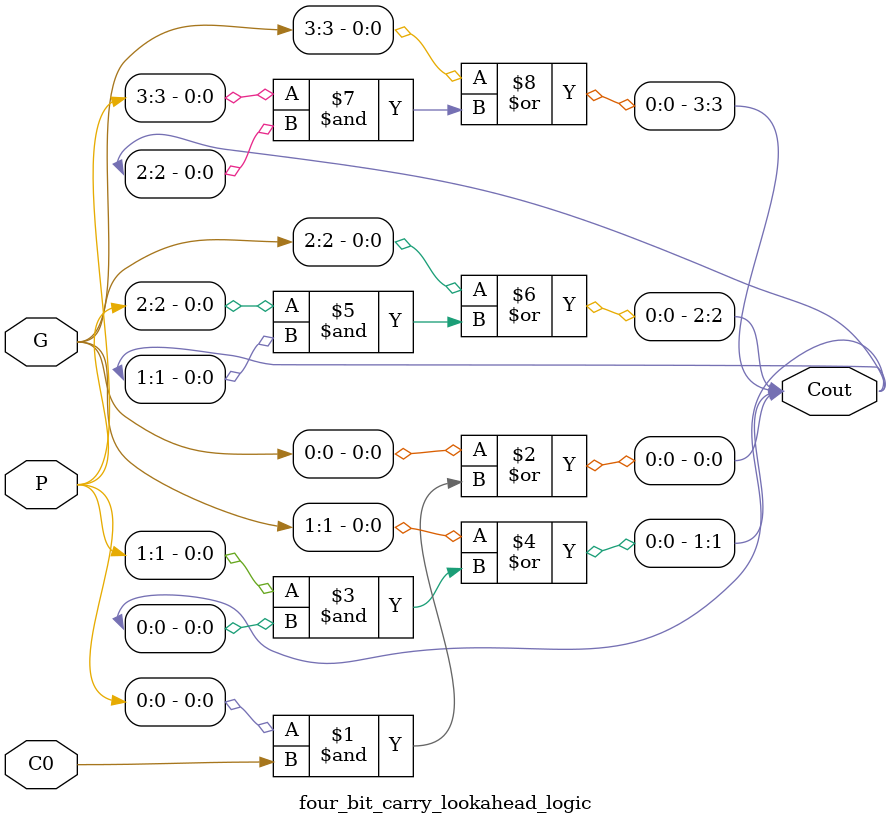
<source format=sv>
module four_bit_carry_lookahead_logic(
	input C0,
	input [3:0] P,
	input [3:0] G,

	output [3:0] Cout
);
	
	assign Cout[0] = G[0] | (P[0] & C0);
	assign Cout[1] = G[1] | (P[1] & Cout[0]);
	assign Cout[2] = G[2] | (P[2] & Cout[1]);
	assign Cout[3] = G[3] | (P[3] & Cout[2]);

endmodule

</source>
